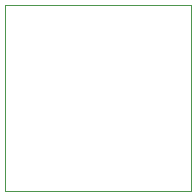
<source format=gbr>
%TF.GenerationSoftware,KiCad,Pcbnew,6.0.11-2627ca5db0~126~ubuntu20.04.1*%
%TF.CreationDate,2023-04-18T12:09:57-05:00*%
%TF.ProjectId,me2188c-slim,6d653231-3838-4632-9d73-6c696d2e6b69,rev?*%
%TF.SameCoordinates,Original*%
%TF.FileFunction,Profile,NP*%
%FSLAX46Y46*%
G04 Gerber Fmt 4.6, Leading zero omitted, Abs format (unit mm)*
G04 Created by KiCad (PCBNEW 6.0.11-2627ca5db0~126~ubuntu20.04.1) date 2023-04-18 12:09:57*
%MOMM*%
%LPD*%
G01*
G04 APERTURE LIST*
%TA.AperFunction,Profile*%
%ADD10C,0.100000*%
%TD*%
G04 APERTURE END LIST*
D10*
X115700000Y-100000000D02*
X115700000Y-115700000D01*
X100000000Y-100000000D02*
X100000000Y-115700000D01*
X100000000Y-100000000D02*
X115700000Y-100000000D01*
X100000000Y-115700000D02*
X115700000Y-115700000D01*
M02*

</source>
